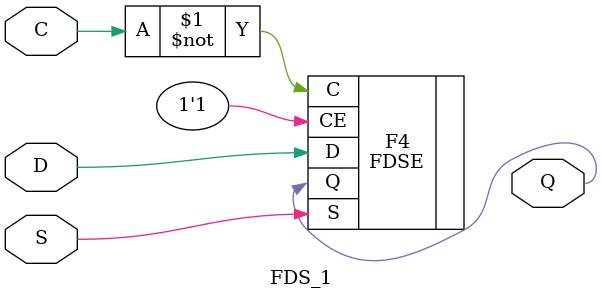
<source format=v>


`timescale  1 ps / 1 ps

module FDS_1 (Q, C, D, S);

    parameter [0:0] INIT = 1'b1;

    output Q;

    input  C, D, S;

    wire Q;

    FDSE #(.INIT(INIT)) F4(.Q(Q), .C(~C), .CE(1'b1), .D(D), .S(S));

endmodule


</source>
